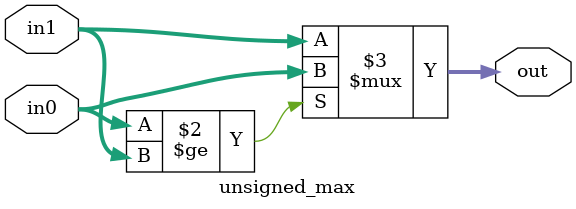
<source format=v>
module max(in0, in1, out);
  input  signed [11:0] in0, in1;
  output reg signed [11:0] out;

  always@ (*) begin
    out = (in0 >= in1) ? in0 : in1;
  end
endmodule

module unsigned_max(in0, in1, out);
  input  [11:0] in0, in1;
  output reg [11:0] out;

  always@ (*) begin
    out = (in0 >= in1) ? in0 : in1;
  end
endmodule
</source>
